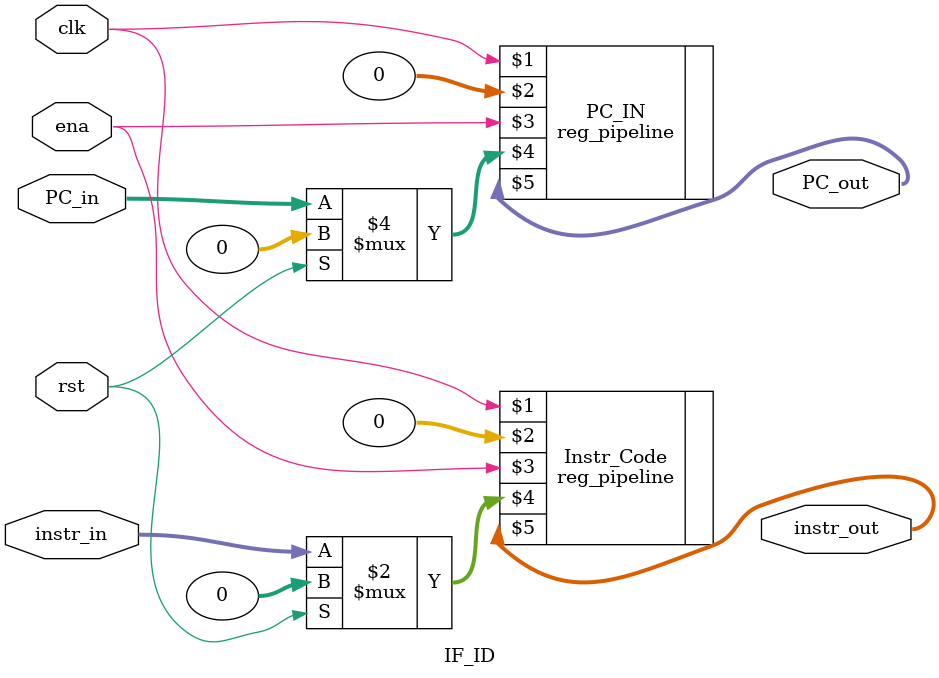
<source format=v>
`timescale 1ns / 1ps

    
module IF_ID (clk, rst,ena,instr_in,PC_in,instr_out,PC_out);
               
   input         clk;
   input         rst;
   input         ena;
   input  [31:0] instr_in;
   input  [31:0] PC_in;


   //output
   output [31:0] instr_out;
   output [31:0] PC_out;

    
    reg_pipeline #(32) Instr_Code (   clk,
                           0,
                           ena,
                           rst ? 0 : instr_in ,
                           instr_out);
    
               
    reg_pipeline #(32) PC_IN (   clk,
                                      0,
                                      ena,
                                      rst ? 0 : PC_in ,
                                      PC_out);
                            
endmodule

    
    
    
    
    

</source>
